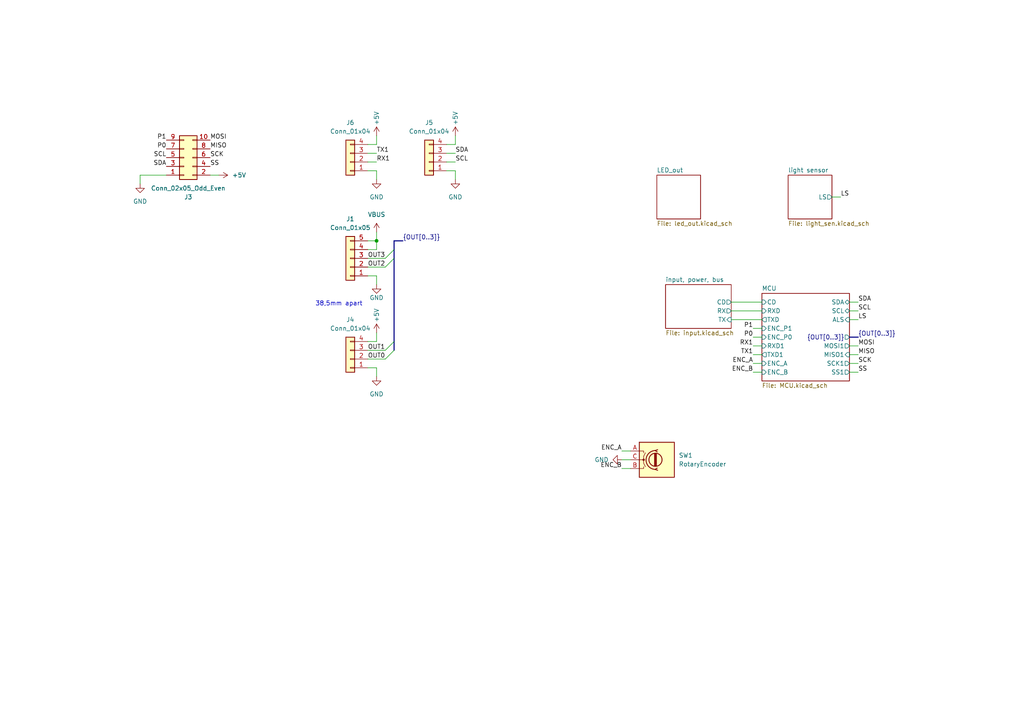
<source format=kicad_sch>
(kicad_sch (version 20230121) (generator eeschema)
  (paper "A4")
  (lib_symbols
    (symbol "Connector_Generic:Conn_01x04" (pin_names (offset 1.016) hide)
      (property "Reference" "J" (at 0 5.08 0))
      (property "Value" "Conn_01x04" (at 0 -7.62 0))
      (symbol "Conn_01x04_1_1"
        (rectangle (start -1.27 -4.953) (end 0 -5.207) (stroke (width 0.1524)))
        (rectangle (start -1.27 -2.413) (end 0 -2.667) (stroke (width 0.1524)))
        (rectangle (start -1.27 0.127) (end 0 -0.127) (stroke (width 0.1524)))
        (rectangle (start -1.27 2.667) (end 0 2.413) (stroke (width 0.1524)))
        (rectangle (start -1.27 3.81) (end 1.27 -6.35) (stroke (width 0.254)) (fill (type background)))
        (pin passive line (at -5.08 2.54 0) (length 3.81) (name "Pin_1") (number "1"))
        (pin passive line (at -5.08 0 0) (length 3.81) (name "Pin_2") (number "2"))
        (pin passive line (at -5.08 -2.54 0) (length 3.81) (name "Pin_3") (number "3"))
        (pin passive line (at -5.08 -5.08 0) (length 3.81) (name "Pin_4") (number "4"))
      )
    )
    (symbol "Connector_Generic:Conn_01x05" (pin_names (offset 1.016) hide)
      (property "Reference" "J" (at 0 7.62 0))
      (property "Value" "Conn_01x05" (at 0 -7.62 0))
      (symbol "Conn_01x05_1_1"
        (rectangle (start -1.27 -4.953) (end 0 -5.207) (stroke (width 0.1524)))
        (rectangle (start -1.27 -2.413) (end 0 -2.667) (stroke (width 0.1524)))
        (rectangle (start -1.27 0.127) (end 0 -0.127) (stroke (width 0.1524)))
        (rectangle (start -1.27 2.667) (end 0 2.413) (stroke (width 0.1524)))
        (rectangle (start -1.27 5.207) (end 0 4.953) (stroke (width 0.1524)))
        (rectangle (start -1.27 6.35) (end 1.27 -6.35) (stroke (width 0.254)) (fill (type background)))
        (pin passive line (at -5.08 5.08 0) (length 3.81) (name "Pin_1") (number "1"))
        (pin passive line (at -5.08 2.54 0) (length 3.81) (name "Pin_2") (number "2"))
        (pin passive line (at -5.08 0 0) (length 3.81) (name "Pin_3") (number "3"))
        (pin passive line (at -5.08 -2.54 0) (length 3.81) (name "Pin_4") (number "4"))
        (pin passive line (at -5.08 -5.08 0) (length 3.81) (name "Pin_5") (number "5"))
      )
    )
    (symbol "Connector_Generic:Conn_02x05_Odd_Even" (pin_names (offset 1.016) hide)
      (property "Reference" "J" (at 1.27 7.62 0))
      (property "Value" "Conn_02x05_Odd_Even" (at 1.27 -7.62 0))
      (symbol "Conn_02x05_Odd_Even_1_1"
        (rectangle (start -1.27 -4.953) (end 0 -5.207) (stroke (width 0.1524)))
        (rectangle (start -1.27 -2.413) (end 0 -2.667) (stroke (width 0.1524)))
        (rectangle (start -1.27 0.127) (end 0 -0.127) (stroke (width 0.1524)))
        (rectangle (start -1.27 2.667) (end 0 2.413) (stroke (width 0.1524)))
        (rectangle (start -1.27 5.207) (end 0 4.953) (stroke (width 0.1524)))
        (rectangle (start -1.27 6.35) (end 3.81 -6.35) (stroke (width 0.254)) (fill (type background)))
        (rectangle (start 3.81 -4.953) (end 2.54 -5.207) (stroke (width 0.1524)))
        (rectangle (start 3.81 -2.413) (end 2.54 -2.667) (stroke (width 0.1524)))
        (rectangle (start 3.81 0.127) (end 2.54 -0.127) (stroke (width 0.1524)))
        (rectangle (start 3.81 2.667) (end 2.54 2.413) (stroke (width 0.1524)))
        (rectangle (start 3.81 5.207) (end 2.54 4.953) (stroke (width 0.1524)))
        (pin passive line (at -5.08 5.08 0) (length 3.81) (name "Pin_1") (number "1"))
        (pin passive line (at 7.62 -5.08 180) (length 3.81) (name "Pin_10") (number "10"))
        (pin passive line (at 7.62 5.08 180) (length 3.81) (name "Pin_2") (number "2"))
        (pin passive line (at -5.08 2.54 0) (length 3.81) (name "Pin_3") (number "3"))
        (pin passive line (at 7.62 2.54 180) (length 3.81) (name "Pin_4") (number "4"))
        (pin passive line (at -5.08 0 0) (length 3.81) (name "Pin_5") (number "5"))
        (pin passive line (at 7.62 0 180) (length 3.81) (name "Pin_6") (number "6"))
        (pin passive line (at -5.08 -2.54 0) (length 3.81) (name "Pin_7") (number "7"))
        (pin passive line (at 7.62 -2.54 180) (length 3.81) (name "Pin_8") (number "8"))
        (pin passive line (at -5.08 -5.08 0) (length 3.81) (name "Pin_9") (number "9"))
      )
    )
    (symbol "Device:RotaryEncoder" (pin_names (offset 0.254) hide)
      (property "Reference" "SW" (at 0 6.604 0))
      (property "Value" "RotaryEncoder" (at 0 -6.604 0))
      (symbol "RotaryEncoder_0_1"
        (rectangle (start -5.08 5.08) (end 5.08 -5.08) (stroke (width 0.254)) (fill (type background)))
        (circle (center -3.81 0) (radius 0.254) (fill (type outline)))
        (circle (center -0.381 0) (radius 1.905) (stroke (width 0.254)))
        (arc (start -0.381 2.667) (mid -3.0988 -0.0635) (end -0.381 -2.794) (stroke (width 0.254)))
        (polyline (pts (xy -0.635 -1.778) (xy -0.635 1.778)) (stroke (width 0.254)))
        (polyline (pts (xy -0.381 -1.778) (xy -0.381 1.778)) (stroke (width 0.254)))
        (polyline (pts (xy -0.127 1.778) (xy -0.127 -1.778)) (stroke (width 0.254)))
        (polyline (pts (xy -5.08 -2.54) (xy -3.81 -2.54) (xy -3.81 -2.032)))
        (polyline (pts (xy -5.08 2.54) (xy -3.81 2.54) (xy -3.81 2.032)))
        (polyline (pts (xy 0.254 -3.048) (xy -0.508 -2.794) (xy 0.127 -2.413)) (stroke (width 0.254)))
        (polyline (pts (xy 0.254 2.921) (xy -0.508 2.667) (xy 0.127 2.286)) (stroke (width 0.254)))
        (polyline (pts (xy -5.08 0) (xy -3.81 0) (xy -3.81 -1.016) (xy -3.302 -2.032)))
        (polyline (pts (xy -4.318 0) (xy -3.81 0) (xy -3.81 1.016) (xy -3.302 2.032)))
      )
      (symbol "RotaryEncoder_1_1"
        (pin passive line (at -7.62 2.54 0) (length 2.54) (name "A") (number "A"))
        (pin passive line (at -7.62 -2.54 0) (length 2.54) (name "B") (number "B"))
        (pin passive line (at -7.62 0 0) (length 2.54) (name "C") (number "C"))
      )
    )
    (symbol "power:+5V" (power) (pin_names (offset 0))
      (property "Value" "+5V" (at 0 3.556 0))
      (symbol "+5V_0_1"
        (polyline (pts (xy -0.762 1.27) (xy 0 2.54)))
        (polyline (pts (xy 0 0) (xy 0 2.54)))
        (polyline (pts (xy 0 2.54) (xy 0.762 1.27)))
      )
      (symbol "+5V_1_1"
        (pin power_in line (at 0 0 90) (length 0) hide (name "+5V") (number "1"))
      )
    )
    (symbol "power:GND" (power) (pin_names (offset 0))
      (property "Value" "GND" (at 0 -3.81 0))
      (symbol "GND_0_1"
        (polyline (pts (xy 0 0) (xy 0 -1.27) (xy 1.27 -1.27) (xy 0 -2.54) (xy -1.27 -1.27) (xy 0 -1.27)))
      )
      (symbol "GND_1_1"
        (pin power_in line (at 0 0 270) (length 0) hide (name "GND") (number "1"))
      )
    )
    (symbol "power:VBUS" (power) (pin_names (offset 0))
      (property "Value" "VBUS" (at 0 3.81 0))
      (symbol "VBUS_0_1"
        (polyline (pts (xy -0.762 1.27) (xy 0 2.54)))
        (polyline (pts (xy 0 0) (xy 0 2.54)))
        (polyline (pts (xy 0 2.54) (xy 0.762 1.27)))
      )
      (symbol "VBUS_1_1"
        (pin power_in line (at 0 0 90) (length 0) hide (name "VBUS") (number "1"))
      )
    )
  )
  (junction (at 109.22 69.85))
  (bus_entry (at 111.76 74.93) (size 2.54 -2.54))
  (bus_entry (at 111.76 104.14) (size 2.54 -2.54))
  (bus_entry (at 111.76 101.6) (size 2.54 -2.54))
  (bus_entry (at 111.76 77.47) (size 2.54 -2.54))
  (wire (pts (xy 109.22 39.37) (xy 109.22 41.91)))
  (wire (pts (xy 132.08 41.91) (xy 129.54 41.91)))
  (wire (pts (xy 106.68 101.6) (xy 111.76 101.6)))
  (wire (pts (xy 40.64 53.34) (xy 40.64 50.8)))
  (wire (pts (xy 40.64 50.8) (xy 48.26 50.8)))
  (wire (pts (xy 246.38 105.41) (xy 248.92 105.41)))
  (wire (pts (xy 109.22 99.06) (xy 106.68 99.06)))
  (wire (pts (xy 180.34 130.81) (xy 182.88 130.81)))
  (wire (pts (xy 180.34 135.89) (xy 182.88 135.89)))
  (wire (pts (xy 106.68 77.47) (xy 111.76 77.47)))
  (wire (pts (xy 218.44 105.41) (xy 220.98 105.41)))
  (wire (pts (xy 109.22 72.39) (xy 106.68 72.39)))
  (wire (pts (xy 246.38 102.87) (xy 248.92 102.87)))
  (wire (pts (xy 132.08 49.53) (xy 129.54 49.53)))
  (wire (pts (xy 218.44 102.87) (xy 220.98 102.87)))
  (wire (pts (xy 180.34 133.35) (xy 182.88 133.35)))
  (wire (pts (xy 109.22 49.53) (xy 106.68 49.53)))
  (wire (pts (xy 129.54 44.45) (xy 132.08 44.45)))
  (bus (pts (xy 246.38 97.79) (xy 248.92 97.79)))
  (wire (pts (xy 109.22 67.31) (xy 109.22 69.85)))
  (wire (pts (xy 246.38 92.71) (xy 248.92 92.71)))
  (wire (pts (xy 106.68 69.85) (xy 109.22 69.85)))
  (wire (pts (xy 109.22 82.55) (xy 109.22 80.01)))
  (bus (pts (xy 114.3 72.39) (xy 114.3 74.93)))
  (wire (pts (xy 241.3 57.15) (xy 243.84 57.15)))
  (wire (pts (xy 246.38 100.33) (xy 248.92 100.33)))
  (wire (pts (xy 109.22 69.85) (xy 109.22 72.39)))
  (wire (pts (xy 106.68 74.93) (xy 111.76 74.93)))
  (wire (pts (xy 132.08 39.37) (xy 132.08 41.91)))
  (wire (pts (xy 109.22 106.68) (xy 106.68 106.68)))
  (wire (pts (xy 218.44 100.33) (xy 220.98 100.33)))
  (bus (pts (xy 116.84 69.85) (xy 114.3 69.85)))
  (wire (pts (xy 212.09 92.71) (xy 220.98 92.71)))
  (wire (pts (xy 106.68 46.99) (xy 109.22 46.99)))
  (wire (pts (xy 212.09 87.63) (xy 220.98 87.63)))
  (wire (pts (xy 246.38 90.17) (xy 248.92 90.17)))
  (wire (pts (xy 109.22 109.22) (xy 109.22 106.68)))
  (wire (pts (xy 106.68 104.14) (xy 111.76 104.14)))
  (wire (pts (xy 60.96 50.8) (xy 63.5 50.8)))
  (wire (pts (xy 109.22 41.91) (xy 106.68 41.91)))
  (wire (pts (xy 129.54 46.99) (xy 132.08 46.99)))
  (wire (pts (xy 109.22 52.07) (xy 109.22 49.53)))
  (wire (pts (xy 109.22 96.52) (xy 109.22 99.06)))
  (wire (pts (xy 218.44 107.95) (xy 220.98 107.95)))
  (bus (pts (xy 114.3 69.85) (xy 114.3 72.39)))
  (wire (pts (xy 246.38 107.95) (xy 248.92 107.95)))
  (wire (pts (xy 106.68 44.45) (xy 109.22 44.45)))
  (wire (pts (xy 132.08 52.07) (xy 132.08 49.53)))
  (wire (pts (xy 218.44 97.79) (xy 220.98 97.79)))
  (wire (pts (xy 218.44 95.25) (xy 220.98 95.25)))
  (wire (pts (xy 246.38 87.63) (xy 248.92 87.63)))
  (wire (pts (xy 109.22 80.01) (xy 106.68 80.01)))
  (bus (pts (xy 114.3 99.06) (xy 114.3 101.6)))
  (wire (pts (xy 212.09 90.17) (xy 220.98 90.17)))
  (bus (pts (xy 114.3 74.93) (xy 114.3 99.06)))
  (text "38,5mm apart" (at 91.44 88.9 0) (effects (font (size 1.27 1.27)) (justify left bottom)))
  (label "SCK" (at 60.96 45.72 0))
  (label "{OUT[0..3]}" (at 116.84 69.85 0))
  (label "TX1" (at 109.22 44.45 0))
  (label "P1" (at 48.26 40.64 180))
  (label "SCL" (at 48.26 45.72 180))
  (label "{OUT[0..3]}" (at 248.92 97.79 0))
  (label "P0" (at 218.44 97.79 180))
  (label "SCL" (at 248.92 90.17 0))
  (label "MOSI" (at 60.96 40.64 0))
  (label "SDA" (at 132.08 44.45 0))
  (label "SS" (at 60.96 48.26 0))
  (label "LS" (at 243.84 57.15 0))
  (label "SS" (at 248.92 107.95 0))
  (label "P1" (at 218.44 95.25 180))
  (label "LS" (at 248.92 92.71 0))
  (label "TX1" (at 218.44 102.87 180))
  (label "RX1" (at 109.22 46.99 0))
  (label "SCK" (at 248.92 105.41 0))
  (label "SDA" (at 48.26 48.26 180))
  (label "OUT2" (at 106.68 77.47 0))
  (label "ENC_A" (at 218.44 105.41 180))
  (label "SCL" (at 132.08 46.99 0))
  (label "MOSI" (at 248.92 100.33 0))
  (label "MISO" (at 248.92 102.87 0))
  (label "ENC_B" (at 180.34 135.89 180))
  (label "ENC_A" (at 180.34 130.81 180))
  (label "RX1" (at 218.44 100.33 180))
  (label "ENC_B" (at 218.44 107.95 180))
  (label "P0" (at 48.26 43.18 180))
  (label "MISO" (at 60.96 43.18 0))
  (label "OUT0" (at 106.68 104.14 0))
  (label "OUT1" (at 106.68 101.6 0))
  (label "SDA" (at 248.92 87.63 0))
  (label "OUT3" (at 106.68 74.93 0))
  (symbol (lib_id "Connector_Generic:Conn_01x04") (at 124.46 46.99 180) (unit 1)
    (property "Reference" "J5" (at 124.46 35.56 0))
    (property "Value" "Conn_01x04" (at 124.46 38.1 0))
    (property "Footprint" "Connector_JST:JST_PH_B4B-PH-K_1x04_P2.00mm_Vertical" (effects hide))
  )
  (symbol (lib_id "power:+5V") (at 109.22 96.52 0) (unit 1)
    (property "Reference" "#PWR028" (effects hide))
    (property "Value" "+5V" (at 109.22 91.44 90))
  )
  (symbol (lib_id "power:+5V") (at 132.08 39.37 0) (unit 1)
    (property "Reference" "#PWR076" (effects hide))
    (property "Value" "+5V" (at 132.08 34.29 90))
  )
  (symbol (lib_id "power:GND") (at 40.64 53.34 0) (unit 1)
    (property "Reference" "#PWR014" (effects hide))
    (property "Value" "GND" (at 40.64 58.42 0))
  )
  (symbol (lib_id "Connector_Generic:Conn_02x05_Odd_Even") (at 53.34 45.72 0) (mirror x) (unit 1)
    (property "Reference" "J3" (at 54.61 57.15 0))
    (property "Value" "Conn_02x05_Odd_Even" (at 54.61 54.61 0))
    (property "Footprint" "Connector_PinSocket_2.54mm:PinSocket_2x05_P2.54mm_Vertical_SMD" (effects hide))
  )
  (symbol (lib_id "power:GND") (at 109.22 109.22 0) (unit 1)
    (property "Reference" "#PWR012" (effects hide))
    (property "Value" "GND" (at 109.22 114.3 0))
  )
  (symbol (lib_id "power:GND") (at 109.22 52.07 0) (unit 1)
    (property "Reference" "#PWR049" (effects hide))
    (property "Value" "GND" (at 109.22 57.15 0))
  )
  (symbol (lib_id "Device:RotaryEncoder") (at 190.5 133.35 0) (unit 1)
    (property "Reference" "SW1" (at 196.85 132.08 0) (effects (justify left)))
    (property "Value" "RotaryEncoder" (at 196.85 134.62 0) (effects (justify left)))
    (property "Footprint" "project_lib:EC35A0930401" (effects hide))
  )
  (symbol (lib_id "Connector_Generic:Conn_01x05") (at 101.6 74.93 180) (unit 1)
    (property "Reference" "J1" (at 101.6 63.5 0))
    (property "Value" "Conn_01x05" (at 101.6 66.04 0))
    (property "Footprint" "Connector_PinSocket_2.54mm:PinSocket_1x05_P2.54mm_Vertical" (effects hide))
  )
  (symbol (lib_id "power:GND") (at 180.34 133.35 270) (unit 1)
    (property "Reference" "#PWR010" (effects hide))
    (property "Value" "GND" (at 176.53 133.35 90) (effects (justify right)))
  )
  (symbol (lib_id "power:+5V") (at 63.5 50.8 270) (unit 1)
    (property "Reference" "#PWR015" (effects hide))
    (property "Value" "+5V" (at 67.31 50.8 90) (effects (justify left)))
  )
  (symbol (lib_id "power:+5V") (at 109.22 39.37 0) (unit 1)
    (property "Reference" "#PWR029" (effects hide))
    (property "Value" "+5V" (at 109.22 34.29 90))
  )
  (symbol (lib_id "power:VBUS") (at 109.22 67.31 0) (unit 1)
    (property "Reference" "#PWR013" (effects hide))
    (property "Value" "VBUS" (at 109.22 62.23 0))
  )
  (symbol (lib_id "power:GND") (at 132.08 52.07 0) (unit 1)
    (property "Reference" "#PWR077" (effects hide))
    (property "Value" "GND" (at 132.08 57.15 0))
  )
  (symbol (lib_id "power:GND") (at 109.22 82.55 0) (unit 1)
    (property "Reference" "#PWR011" (effects hide))
    (property "Value" "GND" (at 109.22 86.36 0))
  )
  (symbol (lib_id "Connector_Generic:Conn_01x04") (at 101.6 46.99 180) (unit 1)
    (property "Reference" "J6" (at 101.6 35.56 0))
    (property "Value" "Conn_01x04" (at 101.6 38.1 0))
    (property "Footprint" "Connector_JST:JST_PH_B4B-PH-K_1x04_P2.00mm_Vertical" (effects hide))
  )
  (symbol (lib_id "Connector_Generic:Conn_01x04") (at 101.6 104.14 180) (unit 1)
    (property "Reference" "J4" (at 101.6 92.71 0))
    (property "Value" "Conn_01x04" (at 101.6 95.25 0))
    (property "Footprint" "Connector_PinSocket_2.54mm:PinSocket_1x04_P2.54mm_Vertical" (effects hide))
  )
  (sheet (at 190.5 50.8) (size 12.7 12.7) (stroke (width 0.1524))
    (property "Sheetname" "LED_out" (at 190.5 50.0884 0) (effects (justify left bottom)))
    (property "Sheetfile" "led_out.kicad_sch" (at 190.5 64.0846 0) (effects (justify left top)))
  )
  (sheet (at 220.98 85.09) (size 25.4 25.4) (stroke (width 0.1524))
    (property "Sheetname" "MCU" (at 220.98 84.3784 0) (effects (justify left bottom)))
    (property "Sheetfile" "MCU.kicad_sch" (at 220.98 111.0746 0) (effects (justify left top)))
    (pin "SDA" bidirectional (at 246.38 87.63 0))
    (pin "SCL" bidirectional (at 246.38 90.17 0))
    (pin "CD" input (at 220.98 87.63 180))
    (pin "TXD" output (at 220.98 92.71 180))
    (pin "RXD" input (at 220.98 90.17 180))
    (pin "ENC_B" input (at 220.98 107.95 180))
    (pin "ENC_A" input (at 220.98 105.41 180))
    (pin "MOSI1" output (at 246.38 100.33 0))
    (pin "SS1" output (at 246.38 107.95 0))
    (pin "SCK1" output (at 246.38 105.41 0))
    (pin "MISO1" input (at 246.38 102.87 0))
    (pin "TXD1" output (at 220.98 102.87 180))
    (pin "RXD1" input (at 220.98 100.33 180))
    (pin "{OUT[0..3]}" output (at 246.38 97.79 0))
    (pin "ENC_P0" input (at 220.98 97.79 180))
    (pin "ENC_P1" input (at 220.98 95.25 180))
    (pin "ALS" input (at 246.38 92.71 0))
  )
  (sheet (at 193.04 82.55) (size 19.05 12.7) (stroke (width 0.1524))
    (property "Sheetname" "input, power, bus" (at 193.04 81.8384 0) (effects (justify left bottom)))
    (property "Sheetfile" "input.kicad_sch" (at 193.04 95.8346 0) (effects (justify left top)))
    (pin "CD" output (at 212.09 87.63 0))
    (pin "TX" input (at 212.09 92.71 0))
    (pin "RX" output (at 212.09 90.17 0))
  )
  (sheet (at 228.6 50.8) (size 12.7 12.7) (stroke (width 0.1524))
    (property "Sheetname" "light sensor" (at 228.6 50.0884 0) (effects (justify left bottom)))
    (property "Sheetfile" "light_sen.kicad_sch" (at 228.6 64.0846 0) (effects (justify left top)))
    (pin "LS" output (at 241.3 57.15 0))
  )
)
</source>
